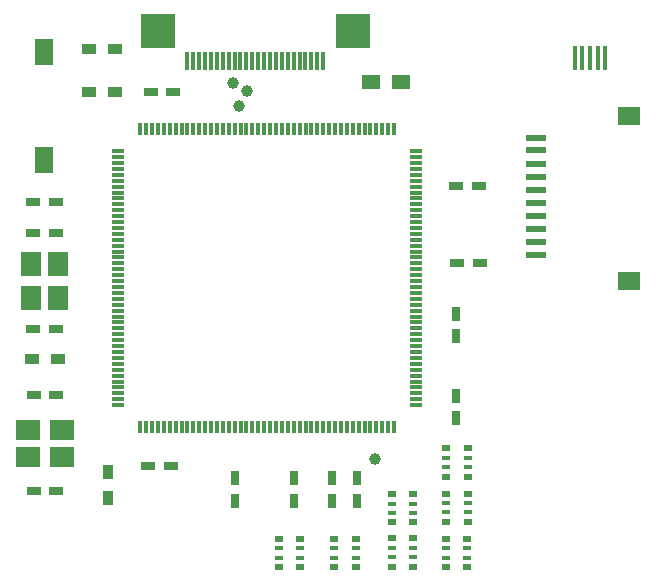
<source format=gtp>
G04 #@! TF.FileFunction,Paste,Top*
%FSLAX46Y46*%
G04 Gerber Fmt 4.6, Leading zero omitted, Abs format (unit mm)*
G04 Created by KiCad (PCBNEW 4.0.7-e2-6376~58~ubuntu16.04.1) date Sat Dec  2 15:32:51 2017*
%MOMM*%
%LPD*%
G01*
G04 APERTURE LIST*
%ADD10C,0.100000*%
%ADD11R,1.200000X0.750000*%
%ADD12R,0.750000X1.200000*%
%ADD13R,1.500000X1.250000*%
%ADD14R,1.800000X0.500000*%
%ADD15R,1.900000X1.500000*%
%ADD16R,0.400000X2.000000*%
%ADD17R,1.200000X0.900000*%
%ADD18R,0.900000X1.200000*%
%ADD19R,0.800000X0.500000*%
%ADD20R,0.800000X0.400000*%
%ADD21R,1.600000X2.180000*%
%ADD22R,1.120000X0.300000*%
%ADD23R,0.300000X1.120000*%
%ADD24R,0.300000X1.500000*%
%ADD25R,3.000000X3.000000*%
%ADD26R,1.800000X2.100000*%
%ADD27R,2.100000X1.800000*%
%ADD28C,1.000000*%
G04 APERTURE END LIST*
D10*
D11*
X47513200Y-91440000D03*
X49413200Y-91440000D03*
X49413200Y-99568000D03*
X47513200Y-99568000D03*
X49413200Y-88773000D03*
X47513200Y-88773000D03*
D12*
X72771000Y-112207000D03*
X72771000Y-114107000D03*
D11*
X83337400Y-87477600D03*
X85237400Y-87477600D03*
X83403400Y-93954600D03*
X85303400Y-93954600D03*
D12*
X74930000Y-112207000D03*
X74930000Y-114107000D03*
X64617600Y-112196800D03*
X64617600Y-114096800D03*
X83337400Y-98287800D03*
X83337400Y-100187800D03*
X83337400Y-105222000D03*
X83337400Y-107122000D03*
D11*
X59344600Y-79451200D03*
X57444600Y-79451200D03*
D12*
X69596000Y-112181600D03*
X69596000Y-114081600D03*
D11*
X59141400Y-111125000D03*
X57241400Y-111125000D03*
X49464000Y-105156000D03*
X47564000Y-105156000D03*
X47564000Y-113284000D03*
X49464000Y-113284000D03*
D13*
X76118400Y-78638400D03*
X78618400Y-78638400D03*
D14*
X90042400Y-85583200D03*
X90042400Y-86683200D03*
X90042400Y-87783200D03*
X90042400Y-88883200D03*
X90042400Y-89983200D03*
X90042400Y-91083200D03*
X90042400Y-92183200D03*
X90042400Y-93283200D03*
X90042400Y-84383200D03*
X90042400Y-83383200D03*
D15*
X97942400Y-95453200D03*
X97942400Y-81553200D03*
D16*
X95940400Y-76631600D03*
X95290400Y-76631600D03*
X94640400Y-76631600D03*
X93990400Y-76631600D03*
X93340400Y-76631600D03*
D17*
X49614000Y-102108000D03*
X47414000Y-102108000D03*
D18*
X53873400Y-113901400D03*
X53873400Y-111701400D03*
D19*
X79690800Y-115931800D03*
D20*
X79690800Y-114331800D03*
X79690800Y-115131800D03*
D19*
X79690800Y-113531800D03*
D20*
X77890800Y-115131800D03*
D19*
X77890800Y-115931800D03*
D20*
X77890800Y-114331800D03*
D19*
X77890800Y-113531800D03*
X77890800Y-117291000D03*
D20*
X77890800Y-118891000D03*
X77890800Y-118091000D03*
D19*
X77890800Y-119691000D03*
D20*
X79690800Y-118091000D03*
D19*
X79690800Y-117291000D03*
D20*
X79690800Y-118891000D03*
D19*
X79690800Y-119691000D03*
X82473800Y-113487200D03*
D20*
X82473800Y-115087200D03*
X82473800Y-114287200D03*
D19*
X82473800Y-115887200D03*
D20*
X84273800Y-114287200D03*
D19*
X84273800Y-113487200D03*
D20*
X84273800Y-115087200D03*
D19*
X84273800Y-115887200D03*
X82477200Y-109651800D03*
D20*
X82477200Y-111251800D03*
X82477200Y-110451800D03*
D19*
X82477200Y-112051800D03*
D20*
X84277200Y-110451800D03*
D19*
X84277200Y-109651800D03*
D20*
X84277200Y-111251800D03*
D19*
X84277200Y-112051800D03*
X82462800Y-117316400D03*
D20*
X82462800Y-118916400D03*
X82462800Y-118116400D03*
D19*
X82462800Y-119716400D03*
D20*
X84262800Y-118116400D03*
D19*
X84262800Y-117316400D03*
D20*
X84262800Y-118916400D03*
D19*
X84262800Y-119716400D03*
X68289600Y-117316400D03*
D20*
X68289600Y-118916400D03*
X68289600Y-118116400D03*
D19*
X68289600Y-119716400D03*
D20*
X70089600Y-118116400D03*
D19*
X70089600Y-117316400D03*
D20*
X70089600Y-118916400D03*
D19*
X70089600Y-119716400D03*
X73003000Y-117310000D03*
D20*
X73003000Y-118910000D03*
X73003000Y-118110000D03*
D19*
X73003000Y-119710000D03*
D20*
X74803000Y-118110000D03*
D19*
X74803000Y-117310000D03*
D20*
X74803000Y-118910000D03*
D19*
X74803000Y-119710000D03*
D21*
X48412400Y-76080400D03*
X48412400Y-85260400D03*
D22*
X54690000Y-84500000D03*
X54690000Y-85000000D03*
X54690000Y-85500000D03*
X54690000Y-86000000D03*
X54690000Y-86500000D03*
X54690000Y-87000000D03*
X54690000Y-87500000D03*
X54690000Y-88000000D03*
X54690000Y-88500000D03*
X54690000Y-89000000D03*
X54690000Y-89500000D03*
X54690000Y-90000000D03*
X54690000Y-90500000D03*
X54690000Y-91000000D03*
X54690000Y-91500000D03*
X54690000Y-92000000D03*
X54690000Y-92500000D03*
X54690000Y-93000000D03*
X54690000Y-93500000D03*
X54690000Y-94000000D03*
X54690000Y-94500000D03*
X54690000Y-95000000D03*
X54690000Y-95500000D03*
X54690000Y-96000000D03*
X54690000Y-96500000D03*
X54690000Y-97000000D03*
X54690000Y-97500000D03*
X54690000Y-98000000D03*
X54690000Y-98500000D03*
X54690000Y-99000000D03*
X54690000Y-99500000D03*
X54690000Y-100000000D03*
X54690000Y-100500000D03*
X54690000Y-101000000D03*
X54690000Y-101500000D03*
X54690000Y-102000000D03*
X54690000Y-102500000D03*
X54690000Y-103000000D03*
X54690000Y-103500000D03*
X54690000Y-104000000D03*
X54690000Y-104500000D03*
X54690000Y-105000000D03*
X54690000Y-105500000D03*
X54690000Y-106000000D03*
D23*
X56560000Y-107870000D03*
X57060000Y-107870000D03*
X57560000Y-107870000D03*
X58060000Y-107870000D03*
X58560000Y-107870000D03*
X59060000Y-107870000D03*
X59560000Y-107870000D03*
X60060000Y-107870000D03*
X60560000Y-107870000D03*
X61060000Y-107870000D03*
X61560000Y-107870000D03*
X62060000Y-107870000D03*
X62560000Y-107870000D03*
X63060000Y-107870000D03*
X63560000Y-107870000D03*
X64060000Y-107870000D03*
X64560000Y-107870000D03*
X65060000Y-107870000D03*
X65560000Y-107870000D03*
X66060000Y-107870000D03*
X66560000Y-107870000D03*
X67060000Y-107870000D03*
X67560000Y-107870000D03*
X68060000Y-107870000D03*
X68560000Y-107870000D03*
X69060000Y-107870000D03*
X69560000Y-107870000D03*
X70060000Y-107870000D03*
X70560000Y-107870000D03*
X71060000Y-107870000D03*
X71560000Y-107870000D03*
X72060000Y-107870000D03*
X72560000Y-107870000D03*
X73060000Y-107870000D03*
X73560000Y-107870000D03*
X74060000Y-107870000D03*
X74560000Y-107870000D03*
X75060000Y-107870000D03*
X75560000Y-107870000D03*
X76060000Y-107870000D03*
X76560000Y-107870000D03*
X77060000Y-107870000D03*
X77560000Y-107870000D03*
X78060000Y-107870000D03*
D22*
X79930000Y-106000000D03*
X79930000Y-105500000D03*
X79930000Y-105000000D03*
X79930000Y-104500000D03*
X79930000Y-104000000D03*
X79930000Y-103500000D03*
X79930000Y-103000000D03*
X79930000Y-102500000D03*
X79930000Y-102000000D03*
X79930000Y-101500000D03*
X79930000Y-101000000D03*
X79930000Y-100500000D03*
X79930000Y-100000000D03*
X79930000Y-99500000D03*
X79930000Y-99000000D03*
X79930000Y-98500000D03*
X79930000Y-98000000D03*
X79930000Y-97500000D03*
X79930000Y-97000000D03*
X79930000Y-96500000D03*
X79930000Y-96000000D03*
X79930000Y-95500000D03*
X79930000Y-95000000D03*
X79930000Y-94500000D03*
X79930000Y-94000000D03*
X79930000Y-93500000D03*
X79930000Y-93000000D03*
X79930000Y-92500000D03*
X79930000Y-92000000D03*
X79930000Y-91500000D03*
X79930000Y-91000000D03*
X79930000Y-90500000D03*
X79930000Y-90000000D03*
X79930000Y-89500000D03*
X79930000Y-89000000D03*
X79930000Y-88500000D03*
X79930000Y-88000000D03*
X79930000Y-87500000D03*
X79930000Y-87000000D03*
X79930000Y-86500000D03*
X79930000Y-86000000D03*
X79930000Y-85500000D03*
X79930000Y-85000000D03*
X79930000Y-84500000D03*
D23*
X78060000Y-82630000D03*
X77560000Y-82630000D03*
X77060000Y-82630000D03*
X76560000Y-82630000D03*
X76060000Y-82630000D03*
X75560000Y-82630000D03*
X75060000Y-82630000D03*
X74560000Y-82630000D03*
X74060000Y-82630000D03*
X73560000Y-82630000D03*
X73060000Y-82630000D03*
X72560000Y-82630000D03*
X72060000Y-82630000D03*
X71560000Y-82630000D03*
X71060000Y-82630000D03*
X70560000Y-82630000D03*
X70060000Y-82630000D03*
X69560000Y-82630000D03*
X69060000Y-82630000D03*
X68560000Y-82630000D03*
X68060000Y-82630000D03*
X67560000Y-82630000D03*
X67060000Y-82630000D03*
X66560000Y-82630000D03*
X66060000Y-82630000D03*
X65560000Y-82630000D03*
X65060000Y-82630000D03*
X64560000Y-82630000D03*
X64060000Y-82630000D03*
X63560000Y-82630000D03*
X63060000Y-82630000D03*
X62560000Y-82630000D03*
X62060000Y-82630000D03*
X61560000Y-82630000D03*
X61060000Y-82630000D03*
X60560000Y-82630000D03*
X60060000Y-82630000D03*
X59560000Y-82630000D03*
X59060000Y-82630000D03*
X58560000Y-82630000D03*
X58060000Y-82630000D03*
X57560000Y-82630000D03*
X57060000Y-82630000D03*
X56560000Y-82630000D03*
D24*
X72050800Y-76860400D03*
X71550800Y-76860400D03*
X71050800Y-76860400D03*
X70550800Y-76860400D03*
X70050800Y-76860400D03*
X69550800Y-76860400D03*
X69050800Y-76860400D03*
X68550800Y-76860400D03*
X68050800Y-76860400D03*
X67550800Y-76860400D03*
X67050800Y-76860400D03*
X66550800Y-76860400D03*
X66050800Y-76860400D03*
X65550800Y-76860400D03*
X65050800Y-76860400D03*
X64550800Y-76860400D03*
X64050800Y-76860400D03*
X63550800Y-76860400D03*
X63050800Y-76860400D03*
X62550800Y-76860400D03*
X62050800Y-76860400D03*
X61550800Y-76860400D03*
X61050800Y-76860400D03*
X60550800Y-76860400D03*
D25*
X74550800Y-74360400D03*
X58050800Y-74360400D03*
D26*
X47313200Y-94054000D03*
X47313200Y-96954000D03*
X49613200Y-96954000D03*
X49613200Y-94054000D03*
D27*
X49964000Y-108070000D03*
X47064000Y-108070000D03*
X47064000Y-110370000D03*
X49964000Y-110370000D03*
D17*
X52189200Y-75844400D03*
X54389200Y-75844400D03*
X52189200Y-79451200D03*
X54389200Y-79451200D03*
D28*
X64406780Y-78737460D03*
X76438760Y-110528100D03*
X64947800Y-80683100D03*
X65636140Y-79405480D03*
M02*

</source>
